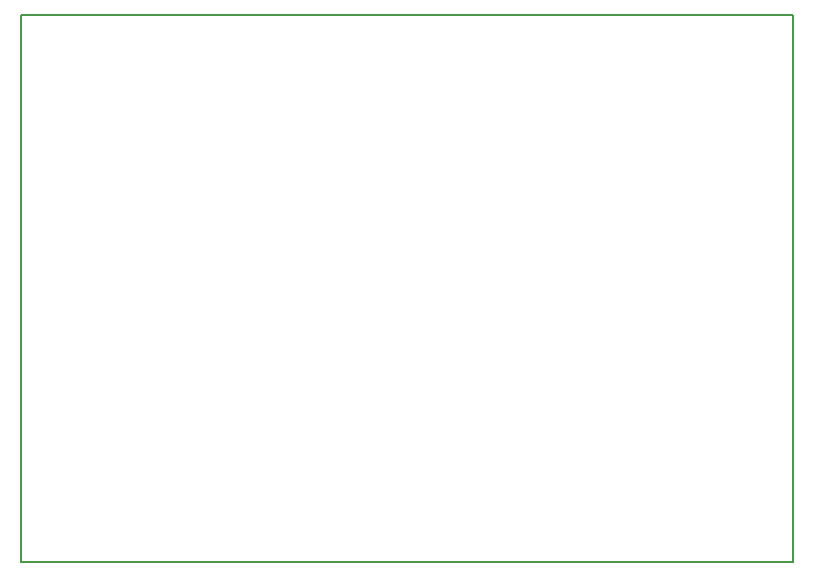
<source format=gm1>
G04 #@! TF.GenerationSoftware,KiCad,Pcbnew,(6.0.7)*
G04 #@! TF.CreationDate,2022-12-18T06:42:31+05:30*
G04 #@! TF.ProjectId,MicrocontrollerPcb,4d696372-6f63-46f6-9e74-726f6c6c6572,rev?*
G04 #@! TF.SameCoordinates,Original*
G04 #@! TF.FileFunction,Profile,NP*
%FSLAX46Y46*%
G04 Gerber Fmt 4.6, Leading zero omitted, Abs format (unit mm)*
G04 Created by KiCad (PCBNEW (6.0.7)) date 2022-12-18 06:42:31*
%MOMM*%
%LPD*%
G01*
G04 APERTURE LIST*
G04 #@! TA.AperFunction,Profile*
%ADD10C,0.150000*%
G04 #@! TD*
G04 #@! TA.AperFunction,Profile*
%ADD11C,0.200000*%
G04 #@! TD*
G04 APERTURE END LIST*
D10*
X143510000Y-111760000D02*
X143510000Y-65405000D01*
X208915000Y-111760000D02*
X143510000Y-111760000D01*
X208915000Y-65405000D02*
X208915000Y-111760000D01*
X143510000Y-65405000D02*
X208915000Y-65405000D01*
X143510000Y-111760000D02*
X208915000Y-111760000D01*
D11*
X143510000Y-111760000D02*
X143510000Y-66040000D01*
M02*

</source>
